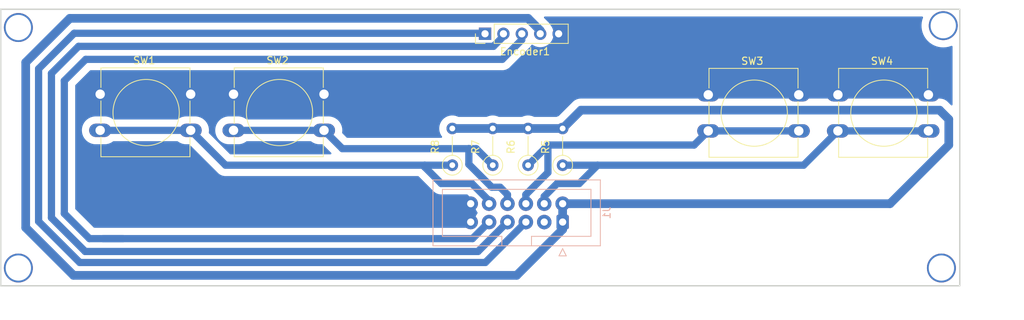
<source format=kicad_pcb>
(kicad_pcb (version 20211014) (generator pcbnew)
  (layers (0 "F.Cu" signal) (31 "B.Cu" signal) (34 "B.Paste" user) (35 "F.Paste" user) (36 "B.SilkS" user "B.Silkscreen") (37 "F.SilkS" user "F.Silkscreen") (38 "B.Mask" user) (39 "F.Mask" user) (44 "Edge.Cuts" user))
  (net 0 "")
  (net 1 "GND")
  (net 2 "+5V")
  (net 3 "Net-(R5-Pad1)")
  (net 4 "Net-(R6-Pad1)")
  (net 5 "Net-(R7-Pad1)")
  (net 6 "Net-(J1-Pad5)")
  (net 7 "Net-(J1-Pad7)")
  (net 8 "Net-(R8-Pad1)")
  (net 9 "Net-(J1-Pad9)")
  (net 10 "unconnected-(J1-Pad3)")
  (footprint "Connector_PinHeader_2.54mm:PinHeader_1x05_P2.54mm_Vertical" (layer "F.Cu") (at 142.445 74.78 90)
    (fp_text reference "Encoder1" (at -2.46 5.515 180) (layer "F.SilkS"))
    (fp_text value "Conn_01x05")
    (fp_line (start -1.33 -1.33) (end 0 -1.33) (layer "F.SilkS") (width 0.12))
    (fp_line (start -1.33 11.49) (end 1.33 11.49) (layer "F.SilkS") (width 0.12))
    (fp_line (start -1.33 0) (end -1.33 -1.33) (layer "F.SilkS") (width 0.12))
    (fp_line (start 1.33 1.27) (end 1.33 11.49) (layer "F.SilkS") (width 0.12))
    (fp_line (start -1.33 1.27) (end 1.33 1.27) (layer "F.SilkS") (width 0.12))
    (fp_line (start -1.33 1.27) (end -1.33 11.49) (layer "F.SilkS") (width 0.12))
    (pad "1" thru_hole rect (at 0 0 90) (size 1.7 1.7) (drill 1) (layers *.Cu *.Mask) (net 6 "Net-(J1-Pad5)"))
    (pad "2" thru_hole oval (at 0 2.54 90) (size 1.7 1.7) (drill 1) (layers *.Cu *.Mask) (net 7 "Net-(J1-Pad7)"))
    (pad "3" thru_hole oval (at 0 5.08 90) (size 1.7 1.7) (drill 1) (layers *.Cu *.Mask) (net 9 "Net-(J1-Pad9)"))
    (pad "4" thru_hole oval (at 0 7.62 90) (size 1.7 1.7) (drill 1) (layers *.Cu *.Mask) (net 2 "+5V"))
    (pad "5" thru_hole oval (at 0 10.16 90) (size 1.7 1.7) (drill 1) (layers *.Cu *.Mask) (net 1 "GND"))
  )
  (footprint "Button_Switch_THT:SW_PUSH-12mm" (layer "F.Cu") (at 191.19 83.22)
    (fp_text reference "SW4" (at 6.08 -4.66) (layer "F.SilkS"))
    (fp_text value "SW_Push")
    (fp_line (start 0.1 -0.93) (end 0.1 -3.65) (layer "F.SilkS") (width 0.12))
    (fp_line (start 12.4 0.93) (end 12.4 4.07) (layer "F.SilkS") (width 0.12))
    (fp_line (start 0.1 4.07) (end 0.1 0.93) (layer "F.SilkS") (width 0.12))
    (fp_line (start 0.1 -3.65) (end 12.4 -3.65) (layer "F.SilkS") (width 0.12))
    (fp_line (start 12.4 5.93) (end 12.4 8.65) (layer "F.SilkS") (width 0.12))
    (fp_line (start 12.4 -3.65) (end 12.4 -0.93) (layer "F.SilkS") (width 0.12))
    (fp_line (start 12.4 8.65) (end 0.1 8.65) (layer "F.SilkS") (width 0.12))
    (fp_line (start 0.1 8.65) (end 0.1 5.93) (layer "F.SilkS") (width 0.12))
    (fp_circle (center 6.35 2.54) (end 10.16 5.08) (layer "F.SilkS") (width 0.12) (fill none))
    (pad "1" thru_hole oval (at 12.5 0) (size 3.048 1.85) (drill 1.3) (layers *.Cu *.Mask) (net 1 "GND"))
    (pad "1" thru_hole oval (at 0 0) (size 3.048 1.85) (drill 1.3) (layers *.Cu *.Mask) (net 1 "GND"))
    (pad "2" thru_hole oval (at 12.5 5) (size 3.048 1.85) (drill 1.3) (layers *.Cu *.Mask) (net 3 "Net-(R5-Pad1)"))
    (pad "2" thru_hole oval (at 0 5) (size 3.048 1.85) (drill 1.3) (layers *.Cu *.Mask) (net 3 "Net-(R5-Pad1)"))
  )
  (footprint "Resistor_THT:R_Axial_DIN0207_L6.3mm_D2.5mm_P5.08mm_Vertical" (layer "F.Cu") (at 148.39 92.964 90)
    (fp_text reference "R6" (at 2.54 -2.37 90) (layer "F.SilkS"))
    (fp_text value "10k")
    (fp_line (start 1.37 0) (end 3.98 0) (layer "F.SilkS") (width 0.12))
    (fp_circle (center 0 0) (end 1.37 0) (layer "F.SilkS") (width 0.12) (fill none))
    (pad "1" thru_hole circle (at 0 0 90) (size 1.6 1.6) (drill 0.8) (layers *.Cu *.Mask) (net 4 "Net-(R6-Pad1)"))
    (pad "2" thru_hole oval (at 5.08 0 90) (size 1.6 1.6) (drill 0.8) (layers *.Cu *.Mask) (net 2 "+5V"))
  )
  (footprint "Resistor_THT:R_Axial_DIN0207_L6.3mm_D2.5mm_P5.08mm_Vertical" (layer "F.Cu") (at 143.51 92.964 90)
    (fp_text reference "R7" (at 2.54 -2.37 90) (layer "F.SilkS"))
    (fp_text value "10k")
    (fp_line (start 1.37 0) (end 3.98 0) (layer "F.SilkS") (width 0.12))
    (fp_circle (center 0 0) (end 1.37 0) (layer "F.SilkS") (width 0.12) (fill none))
    (pad "1" thru_hole circle (at 0 0 90) (size 1.6 1.6) (drill 0.8) (layers *.Cu *.Mask) (net 5 "Net-(R7-Pad1)"))
    (pad "2" thru_hole oval (at 5.08 0 90) (size 1.6 1.6) (drill 0.8) (layers *.Cu *.Mask) (net 2 "+5V"))
  )
  (footprint "Button_Switch_THT:SW_PUSH-12mm" (layer "F.Cu") (at 89.28 83.14)
    (fp_text reference "SW1" (at 6.08 -4.66) (layer "F.SilkS"))
    (fp_text value "SW_Push")
    (fp_line (start 12.4 -3.65) (end 12.4 -0.93) (layer "F.SilkS") (width 0.12))
    (fp_line (start 0.1 -0.93) (end 0.1 -3.65) (layer "F.SilkS") (width 0.12))
    (fp_line (start 0.1 -3.65) (end 12.4 -3.65) (layer "F.SilkS") (width 0.12))
    (fp_line (start 12.4 5.93) (end 12.4 8.65) (layer "F.SilkS") (width 0.12))
    (fp_line (start 12.4 0.93) (end 12.4 4.07) (layer "F.SilkS") (width 0.12))
    (fp_line (start 12.4 8.65) (end 0.1 8.65) (layer "F.SilkS") (width 0.12))
    (fp_line (start 0.1 8.65) (end 0.1 5.93) (layer "F.SilkS") (width 0.12))
    (fp_line (start 0.1 4.07) (end 0.1 0.93) (layer "F.SilkS") (width 0.12))
    (fp_circle (center 6.35 2.54) (end 10.16 5.08) (layer "F.SilkS") (width 0.12) (fill none))
    (pad "1" thru_hole oval (at 0 0) (size 3.048 1.85) (drill 1.3) (layers *.Cu *.Mask) (net 1 "GND"))
    (pad "1" thru_hole oval (at 12.5 0) (size 3.048 1.85) (drill 1.3) (layers *.Cu *.Mask) (net 1 "GND"))
    (pad "2" thru_hole oval (at 12.5 5) (size 3.048 1.85) (drill 1.3) (layers *.Cu *.Mask) (net 8 "Net-(R8-Pad1)"))
    (pad "2" thru_hole oval (at 0 5) (size 3.048 1.85) (drill 1.3) (layers *.Cu *.Mask) (net 8 "Net-(R8-Pad1)"))
  )
  (footprint "Resistor_THT:R_Axial_DIN0207_L6.3mm_D2.5mm_P5.08mm_Vertical" (layer "F.Cu") (at 137.922 92.964 90)
    (fp_text reference "R8" (at 2.54 -2.37 90) (layer "F.SilkS"))
    (fp_text value "10k")
    (fp_line (start 1.37 0) (end 3.98 0) (layer "F.SilkS") (width 0.12))
    (fp_circle (center 0 0) (end 1.37 0) (layer "F.SilkS") (width 0.12) (fill none))
    (pad "1" thru_hole circle (at 0 0 90) (size 1.6 1.6) (drill 0.8) (layers *.Cu *.Mask) (net 8 "Net-(R8-Pad1)"))
    (pad "2" thru_hole oval (at 5.08 0 90) (size 1.6 1.6) (drill 0.8) (layers *.Cu *.Mask) (net 2 "+5V"))
  )
  (footprint "Button_Switch_THT:SW_PUSH-12mm" (layer "F.Cu") (at 107.7 83.14)
    (fp_text reference "SW2" (at 6.08 -4.66) (layer "F.SilkS"))
    (fp_text value "SW_Push")
    (fp_line (start 12.4 5.93) (end 12.4 8.65) (layer "F.SilkS") (width 0.12))
    (fp_line (start 0.1 -0.93) (end 0.1 -3.65) (layer "F.SilkS") (width 0.12))
    (fp_line (start 0.1 4.07) (end 0.1 0.93) (layer "F.SilkS") (width 0.12))
    (fp_line (start 12.4 -3.65) (end 12.4 -0.93) (layer "F.SilkS") (width 0.12))
    (fp_line (start 0.1 8.65) (end 0.1 5.93) (layer "F.SilkS") (width 0.12))
    (fp_line (start 0.1 -3.65) (end 12.4 -3.65) (layer "F.SilkS") (width 0.12))
    (fp_line (start 12.4 0.93) (end 12.4 4.07) (layer "F.SilkS") (width 0.12))
    (fp_line (start 12.4 8.65) (end 0.1 8.65) (layer "F.SilkS") (width 0.12))
    (fp_circle (center 6.35 2.54) (end 10.16 5.08) (layer "F.SilkS") (width 0.12) (fill none))
    (pad "1" thru_hole oval (at 0 0) (size 3.048 1.85) (drill 1.3) (layers *.Cu *.Mask) (net 1 "GND"))
    (pad "1" thru_hole oval (at 12.5 0) (size 3.048 1.85) (drill 1.3) (layers *.Cu *.Mask) (net 1 "GND"))
    (pad "2" thru_hole oval (at 0 5) (size 3.048 1.85) (drill 1.3) (layers *.Cu *.Mask) (net 5 "Net-(R7-Pad1)"))
    (pad "2" thru_hole oval (at 12.5 5) (size 3.048 1.85) (drill 1.3) (layers *.Cu *.Mask) (net 5 "Net-(R7-Pad1)"))
  )
  (footprint "Button_Switch_THT:SW_PUSH-12mm" (layer "F.Cu") (at 173.28 83.22)
    (fp_text reference "SW3" (at 6.08 -4.66) (layer "F.SilkS"))
    (fp_text value "SW_Push")
    (fp_line (start 0.1 -3.65) (end 12.4 -3.65) (layer "F.SilkS") (width 0.12))
    (fp_line (start 12.4 5.93) (end 12.4 8.65) (layer "F.SilkS") (width 0.12))
    (fp_line (start 0.1 8.65) (end 0.1 5.93) (layer "F.SilkS") (width 0.12))
    (fp_line (start 12.4 -3.65) (end 12.4 -0.93) (layer "F.SilkS") (width 0.12))
    (fp_line (start 0.1 -0.93) (end 0.1 -3.65) (layer "F.SilkS") (width 0.12))
    (fp_line (start 0.1 4.07) (end 0.1 0.93) (layer "F.SilkS") (width 0.12))
    (fp_line (start 12.4 0.93) (end 12.4 4.07) (layer "F.SilkS") (width 0.12))
    (fp_line (start 12.4 8.65) (end 0.1 8.65) (layer "F.SilkS") (width 0.12))
    (fp_circle (center 6.35 2.54) (end 10.16 5.08) (layer "F.SilkS") (width 0.12) (fill none))
    (pad "1" thru_hole oval (at 12.5 0) (size 3.048 1.85) (drill 1.3) (layers *.Cu *.Mask) (net 1 "GND"))
    (pad "1" thru_hole oval (at 0 0) (size 3.048 1.85) (drill 1.3) (layers *.Cu *.Mask) (net 1 "GND"))
    (pad "2" thru_hole oval (at 0 5) (size 3.048 1.85) (drill 1.3) (layers *.Cu *.Mask) (net 4 "Net-(R6-Pad1)"))
    (pad "2" thru_hole oval (at 12.5 5) (size 3.048 1.85) (drill 1.3) (layers *.Cu *.Mask) (net 4 "Net-(R6-Pad1)"))
  )
  (footprint "Resistor_THT:R_Axial_DIN0207_L6.3mm_D2.5mm_P5.08mm_Vertical" (layer "F.Cu") (at 153.162 92.964 90)
    (fp_text reference "R5" (at 2.54 -2.37 90) (layer "F.SilkS"))
    (fp_text value "10k")
    (fp_line (start 1.37 0) (end 3.98 0) (layer "F.SilkS") (width 0.12))
    (fp_circle (center 0 0) (end 1.37 0) (layer "F.SilkS") (width 0.12) (fill none))
    (pad "1" thru_hole circle (at 0 0 90) (size 1.6 1.6) (drill 0.8) (layers *.Cu *.Mask) (net 3 "Net-(R5-Pad1)"))
    (pad "2" thru_hole oval (at 5.08 0 90) (size 1.6 1.6) (drill 0.8) (layers *.Cu *.Mask) (net 2 "+5V"))
  )
  (footprint "Connector_IDC:IDC-Header_2x06_P2.54mm_Vertical" (layer "B.Cu") (at 153.162 100.8285 90)
    (fp_text reference "J1" (at 1.27 6.1 90) (layer "B.SilkS") (effects (justify mirror)))
    (fp_text value "Conn_02x06_Odd_Even")
    (fp_line (start -3.68 0) (end -4.68 0.5) (layer "B.SilkS") (width 0.12))
    (fp_line (start 4.52 3.91) (end 4.52 -16.61) (layer "B.SilkS") (width 0.12))
    (fp_line (start -1.98 -8.4) (end -3.29 -8.4) (layer "B.SilkS") (width 0.12))
    (fp_line (start 4.52 -16.61) (end -1.98 -16.61) (layer "B.SilkS") (width 0.12))
    (fp_line (start -1.98 -8.4) (end -1.98 -8.4) (layer "B.SilkS") (width 0.12))
    (fp_line (start -4.68 -0.5) (end -3.68 0) (layer "B.SilkS") (width 0.12))
    (fp_line (start -1.98 -16.61) (end -1.98 -8.4) (layer "B.SilkS") (width 0.12))
    (fp_line (start -3.29 5.21) (end 5.83 5.21) (layer "B.SilkS") (width 0.12))
    (fp_line (start 5.83 5.21) (end 5.83 -17.91) (layer "B.SilkS") (width 0.12))
    (fp_line (start -3.29 -4.3) (end -1.98 -4.3) (layer "B.SilkS") (width 0.12))
    (fp_line (start -1.98 -4.3) (end -1.98 3.91) (layer "B.SilkS") (width 0.12))
    (fp_line (start -1.98 3.91) (end 4.52 3.91) (layer "B.SilkS") (width 0.12))
    (fp_line (start -4.68 0.5) (end -4.68 -0.5) (layer "B.SilkS") (width 0.12))
    (fp_line (start -3.29 -17.91) (end -3.29 5.21) (layer "B.SilkS") (width 0.12))
    (fp_line (start 5.83 -17.91) (end -3.29 -17.91) (layer "B.SilkS") (width 0.12))
    (pad "1" thru_hole roundrect (at 0 0 90) (size 2 1.7) (drill 1) (layers *.Cu *.Mask) (roundrect_rratio 0.147059) (net 2 "+5V"))
    (pad "2" thru_hole circle (at 2.54 0 90) (size 2 2) (drill 1) (layers *.Cu *.Mask) (net 2 "+5V"))
    (pad "3" thru_hole circle (at 0 -2.54 90) (size 2 2) (drill 1) (layers *.Cu *.Mask) (net 10 "unconnected-(J1-Pad3)"))
    (pad "4" thru_hole circle (at 2.54 -2.54 90) (size 2 2) (drill 1) (layers *.Cu *.Mask) (net 3 "Net-(R5-Pad1)"))
    (pad "5" thru_hole circle (at 0 -5.08 90) (size 2 2) (drill 1) (layers *.Cu *.Mask) (net 6 "Net-(J1-Pad5)"))
    (pad "6" thru_hole circle (at 2.54 -5.08 90) (size 2 2) (drill 1) (layers *.Cu *.Mask) (net 4 "Net-(R6-Pad1)"))
    (pad "7" thru_hole circle (at 0 -7.62 90) (size 2 2) (drill 1) (layers *.Cu *.Mask) (net 7 "Net-(J1-Pad7)"))
    (pad "8" thru_hole circle (at 2.54 -7.62 90) (size 2 2) (drill 1) (layers *.Cu *.Mask) (net 5 "Net-(R7-Pad1)"))
    (pad "9" thru_hole circle (at 0 -10.16 90) (size 2 2) (drill 1) (layers *.Cu *.Mask) (net 9 "Net-(J1-Pad9)"))
    (pad "10" thru_hole circle (at 2.54 -10.16 90) (size 2 2) (drill 1) (layers *.Cu *.Mask) (net 8 "Net-(R8-Pad1)"))
    (pad "11" thru_hole circle (at 0 -12.7 90) (size 2 2) (drill 1) (layers *.Cu *.Mask) (net 1 "GND"))
    (pad "12" thru_hole circle (at 2.54 -12.7 90) (size 2 2) (drill 1) (layers *.Cu *.Mask) (net 1 "GND"))
  )
  (gr_rect (start 75.54176 71.392581) (end 208.024239 109.644) (layer "Edge.Cuts") (width 0.2) (fill none))
  (via (at 77.978 73.914) (size 4) (drill 3.5) (layers "F.Cu" "B.Cu") (net 0))
  (via (at 77.978 107.188) (size 4) (drill 3.5) (layers "F.Cu" "B.Cu") (net 0))
  (via (at 205.74 73.66) (size 4) (drill 3.5) (layers "F.Cu" "B.Cu") (net 0))
  (via (at 205.486 107.188) (size 4) (drill 3.5) (layers "F.Cu" "B.Cu") (net 0))
  (segment (start 140.2175 98.044) (end 140.462 98.2885) (width 1.2) (layer "B.Cu") (net 1))
  (segment (start 85.598 108.204) (end 78.994 101.6) (width 1.2) (layer "B.Cu") (net 2))
  (segment (start 150.065 74.3225) (end 150.065 74.78) (width 1.2) (layer "B.Cu") (net 2))
  (segment (start 198.3835 98.2885) (end 206.502 90.17) (width 1.2) (layer "B.Cu") (net 2))
  (segment (start 153.162 101.854) (end 146.812 108.204) (width 1.2) (layer "B.Cu") (net 2))
  (segment (start 155.702 85.344) (end 153.162 87.884) (width 1.2) (layer "B.Cu") (net 2))
  (segment (start 206.502 86.614) (end 205.232 85.344) (width 1.2) (layer "B.Cu") (net 2))
  (segment (start 146.812 108.204) (end 85.598 108.204) (width 1.2) (layer "B.Cu") (net 2))
  (segment (start 148.3865 72.644) (end 150.065 74.3225) (width 1.2) (layer "B.Cu") (net 2))
  (segment (start 205.232 85.344) (end 155.702 85.344) (width 1.2) (layer "B.Cu") (net 2))
  (segment (start 206.502 90.17) (end 206.502 86.614) (width 1.2) (layer "B.Cu") (net 2))
  (segment (start 153.162 100.8285) (end 153.162 101.854) (width 1.2) (layer "B.Cu") (net 2))
  (segment (start 78.994 101.6) (end 78.994 78.74) (width 1.2) (layer "B.Cu") (net 2))
  (segment (start 85.09 72.644) (end 148.3865 72.644) (width 1.2) (layer "B.Cu") (net 2))
  (segment (start 153.162 100.8285) (end 153.162 98.2885) (width 1.2) (layer "B.Cu") (net 2))
  (segment (start 137.922 87.884) (end 153.162 87.884) (width 1.2) (layer "B.Cu") (net 2))
  (segment (start 153.162 98.2885) (end 198.3835 98.2885) (width 1.2) (layer "B.Cu") (net 2))
  (segment (start 78.994 78.74) (end 85.09 72.644) (width 1.2) (layer "B.Cu") (net 2))
  (segment (start 150.622 97.282) (end 152.4 95.504) (width 1) (layer "B.Cu") (net 3))
  (segment (start 186.446 92.964) (end 191.19 88.22) (width 1) (layer "B.Cu") (net 3))
  (segment (start 157.988 92.964) (end 186.446 92.964) (width 1) (layer "B.Cu") (net 3))
  (segment (start 153.162 92.964) (end 157.988 92.964) (width 1) (layer "B.Cu") (net 3))
  (segment (start 152.4 95.504) (end 155.448 95.504) (width 1) (layer "B.Cu") (net 3))
  (segment (start 155.448 95.504) (end 157.988 92.964) (width 1) (layer "B.Cu") (net 3))
  (segment (start 203.69 88.22) (end 191.19 88.22) (width 1) (layer "B.Cu") (net 3))
  (segment (start 150.622 98.298) (end 150.622 97.282) (width 1) (layer "B.Cu") (net 3))
  (segment (start 150.622 98.298) (end 150.622 98.2885) (width 1) (layer "B.Cu") (net 3))
  (segment (start 148.082 97.028) (end 151.13 93.98) (width 1) (layer "B.Cu") (net 4))
  (segment (start 151.13 90.678) (end 150.622 90.678) (width 1) (layer "B.Cu") (net 4))
  (segment (start 151.184 90.17) (end 150.014 91.34) (width 1) (layer "B.Cu") (net 4))
  (segment (start 151.13 93.98) (end 151.13 90.678) (width 1) (layer "B.Cu") (net 4))
  (segment (start 150.014 91.34) (end 148.39 92.964) (width 1) (layer "B.Cu") (net 4))
  (segment (start 185.78 88.22) (end 173.28 88.22) (width 1) (layer "B.Cu") (net 4))
  (segment (start 171.33 90.17) (end 151.184 90.17) (width 1) (layer "B.Cu") (net 4))
  (segment (start 173.28 88.22) (end 171.33 90.17) (width 1) (layer "B.Cu") (net 4))
  (segment (start 148.082 98.2885) (end 148.082 97.028) (width 1) (layer "B.Cu") (net 4))
  (segment (start 145.542 97.028) (end 144.526 96.012) (width 1) (layer "B.Cu") (net 5))
  (segment (start 145.542 98.2885) (end 145.542 97.028) (width 1) (layer "B.Cu") (net 5))
  (segment (start 140.208 90.678) (end 141.224 90.678) (width 1) (layer "B.Cu") (net 5))
  (segment (start 141.224 90.678) (end 143.51 92.964) (width 1) (layer "B.Cu") (net 5))
  (segment (start 144.526 96.012) (end 143.383 96.012) (width 1) (layer "B.Cu") (net 5))
  (segment (start 122.738 90.678) (end 140.208 90.678) (width 1) (layer "B.Cu") (net 5))
  (segment (start 120.2 88.14) (end 122.738 90.678) (width 1) (layer "B.Cu") (net 5))
  (segment (start 140.208 92.837) (end 140.208 90.678) (width 1) (layer "B.Cu") (net 5))
  (segment (start 107.7 88.14) (end 120.2 88.14) (width 1) (layer "B.Cu") (net 5))
  (segment (start 143.383 96.012) (end 140.208 92.837) (width 1) (layer "B.Cu") (net 5))
  (segment (start 148.082 100.8285) (end 148.082 101.346) (width 1) (layer "B.Cu") (net 6))
  (segment (start 80.772 100.742) (end 86.456 106.426) (width 1) (layer "B.Cu") (net 6))
  (segment (start 86.456 106.426) (end 142.4845 106.426) (width 1) (layer "B.Cu") (net 6))
  (segment (start 142.445 74.78) (end 142.375 74.71) (width 0.8) (layer "B.Cu") (net 6))
  (segment (start 80.772 79.629) (end 80.772 100.742) (width 1) (layer "B.Cu") (net 6))
  (segment (start 142.375 74.71) (end 85.691 74.71) (width 1) (layer "B.Cu") (net 6))
  (segment (start 85.691 74.71) (end 80.772 79.629) (width 1) (layer "B.Cu") (net 6))
  (segment (start 142.4845 106.426) (end 148.082 100.8285) (width 1) (layer "B.Cu") (net 6))
  (segment (start 145.542 100.8285) (end 141.4685 104.902) (width 1) (layer "B.Cu") (net 7))
  (segment (start 82.55 80.264) (end 86.294 76.52) (width 1) (layer "B.Cu") (net 7))
  (segment (start 86.294 76.52) (end 143.604022 76.52) (width 1) (layer "B.Cu") (net 7))
  (segment (start 141.4685 104.902) (end 87.212 104.902) (width 1) (layer "B.Cu") (net 7))
  (segment (start 144.985 75.139022) (end 144.985 74.78) (width 0.8) (layer "B.Cu") (net 7))
  (segment (start 82.55 100.24) (end 82.55 80.264) (width 1) (layer "B.Cu") (net 7))
  (segment (start 145.542 100.8285) (end 145.542 101.346) (width 1) (layer "B.Cu") (net 7))
  (segment (start 143.604022 76.52) (end 144.985 75.139022) (width 1) (layer "B.Cu") (net 7))
  (segment (start 87.212 104.902) (end 82.55 100.24) (width 1) (layer "B.Cu") (net 7))
  (segment (start 106.604 92.964) (end 101.78 88.14) (width 1) (layer "B.Cu") (net 8))
  (segment (start 134.112 92.964) (end 106.604 92.964) (width 1) (layer "B.Cu") (net 8))
  (segment (start 134.112 93.218) (end 134.112 92.964) (width 1) (layer "B.Cu") (net 8))
  (segment (start 143.002 98.2885) (end 143.002 97.882) (width 1) (layer "B.Cu") (net 8))
  (segment (start 143.002 97.882) (end 140.624 95.504) (width 1) (layer "B.Cu") (net 8))
  (segment (start 137.922 92.964) (end 134.112 92.964) (width 1) (layer "B.Cu") (net 8))
  (segment (start 136.398 95.504) (end 134.112 93.218) (width 1) (layer "B.Cu") (net 8))
  (segment (start 89.28 88.14) (end 101.78 88.14) (width 1) (layer "B.Cu") (net 8))
  (segment (start 140.624 95.504) (end 136.398 95.504) (width 1) (layer "B.Cu") (net 8))
  (segment (start 144.82 78.32) (end 147.525 75.615) (width 1) (layer "B.Cu") (net 9))
  (segment (start 140.7065 103.124) (end 89.662 103.124) (width 1) (layer "B.Cu") (net 9))
  (segment (start 92.456 103.124) (end 87.804 103.124) (width 1) (layer "B.Cu") (net 9))
  (segment (start 84.328 81.28) (end 87.288 78.32) (width 1) (layer "B.Cu") (net 9))
  (segment (start 87.288 78.32) (end 144.82 78.32) (width 1) (layer "B.Cu") (net 9))
  (segment (start 143.002 100.8285) (end 140.7065 103.124) (width 1) (layer "B.Cu") (net 9))
  (segment (start 147.525 75.615) (end 147.525 74.78) (width 0.8) (layer "B.Cu") (net 9))
  (segment (start 84.328 99.648) (end 84.328 81.28) (width 1) (layer "B.Cu") (net 9))
  (segment (start 87.804 103.124) (end 84.328 99.648) (width 1) (layer "B.Cu") (net 9))
  (segment (start 150.622 101.346) (end 150.622 100.8285) (width 1) (layer "B.Cu") (net 10))
  (zone (net 1) (net_name "GND") (layer "B.Cu") (connect_pads yes (clearance 1)) (min_thickness 0.254) (fill yes (thermal_gap 0.508) (thermal_bridge_width 0.508))
    (polygon (pts (xy 207.84 109.514) (xy 75.756 109.514) (xy 75.756 71.624) (xy 207.84 71.624)))
  )
)
</source>
